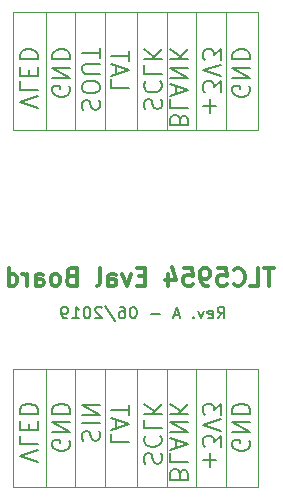
<source format=gbr>
G04 #@! TF.GenerationSoftware,KiCad,Pcbnew,(5.1.2)-2*
G04 #@! TF.CreationDate,2019-06-12T22:46:05+02:00*
G04 #@! TF.ProjectId,TLC5954-Eval,544c4335-3935-4342-9d45-76616c2e6b69,rev?*
G04 #@! TF.SameCoordinates,Original*
G04 #@! TF.FileFunction,Legend,Bot*
G04 #@! TF.FilePolarity,Positive*
%FSLAX46Y46*%
G04 Gerber Fmt 4.6, Leading zero omitted, Abs format (unit mm)*
G04 Created by KiCad (PCBNEW (5.1.2)-2) date 2019-06-12 22:46:05*
%MOMM*%
%LPD*%
G04 APERTURE LIST*
%ADD10C,0.200000*%
%ADD11C,0.300000*%
%ADD12C,0.120000*%
G04 APERTURE END LIST*
D10*
X104809523Y-115452380D02*
X105142857Y-114976190D01*
X105380952Y-115452380D02*
X105380952Y-114452380D01*
X105000000Y-114452380D01*
X104904761Y-114500000D01*
X104857142Y-114547619D01*
X104809523Y-114642857D01*
X104809523Y-114785714D01*
X104857142Y-114880952D01*
X104904761Y-114928571D01*
X105000000Y-114976190D01*
X105380952Y-114976190D01*
X104000000Y-115404761D02*
X104095238Y-115452380D01*
X104285714Y-115452380D01*
X104380952Y-115404761D01*
X104428571Y-115309523D01*
X104428571Y-114928571D01*
X104380952Y-114833333D01*
X104285714Y-114785714D01*
X104095238Y-114785714D01*
X104000000Y-114833333D01*
X103952380Y-114928571D01*
X103952380Y-115023809D01*
X104428571Y-115119047D01*
X103619047Y-114785714D02*
X103380952Y-115452380D01*
X103142857Y-114785714D01*
X102761904Y-115357142D02*
X102714285Y-115404761D01*
X102761904Y-115452380D01*
X102809523Y-115404761D01*
X102761904Y-115357142D01*
X102761904Y-115452380D01*
X101571428Y-115166666D02*
X101095238Y-115166666D01*
X101666666Y-115452380D02*
X101333333Y-114452380D01*
X101000000Y-115452380D01*
X99904761Y-115071428D02*
X99142857Y-115071428D01*
X97714285Y-114452380D02*
X97619047Y-114452380D01*
X97523809Y-114500000D01*
X97476190Y-114547619D01*
X97428571Y-114642857D01*
X97380952Y-114833333D01*
X97380952Y-115071428D01*
X97428571Y-115261904D01*
X97476190Y-115357142D01*
X97523809Y-115404761D01*
X97619047Y-115452380D01*
X97714285Y-115452380D01*
X97809523Y-115404761D01*
X97857142Y-115357142D01*
X97904761Y-115261904D01*
X97952380Y-115071428D01*
X97952380Y-114833333D01*
X97904761Y-114642857D01*
X97857142Y-114547619D01*
X97809523Y-114500000D01*
X97714285Y-114452380D01*
X96523809Y-114452380D02*
X96714285Y-114452380D01*
X96809523Y-114500000D01*
X96857142Y-114547619D01*
X96952380Y-114690476D01*
X97000000Y-114880952D01*
X97000000Y-115261904D01*
X96952380Y-115357142D01*
X96904761Y-115404761D01*
X96809523Y-115452380D01*
X96619047Y-115452380D01*
X96523809Y-115404761D01*
X96476190Y-115357142D01*
X96428571Y-115261904D01*
X96428571Y-115023809D01*
X96476190Y-114928571D01*
X96523809Y-114880952D01*
X96619047Y-114833333D01*
X96809523Y-114833333D01*
X96904761Y-114880952D01*
X96952380Y-114928571D01*
X97000000Y-115023809D01*
X95285714Y-114404761D02*
X96142857Y-115690476D01*
X95000000Y-114547619D02*
X94952380Y-114500000D01*
X94857142Y-114452380D01*
X94619047Y-114452380D01*
X94523809Y-114500000D01*
X94476190Y-114547619D01*
X94428571Y-114642857D01*
X94428571Y-114738095D01*
X94476190Y-114880952D01*
X95047619Y-115452380D01*
X94428571Y-115452380D01*
X93809523Y-114452380D02*
X93714285Y-114452380D01*
X93619047Y-114500000D01*
X93571428Y-114547619D01*
X93523809Y-114642857D01*
X93476190Y-114833333D01*
X93476190Y-115071428D01*
X93523809Y-115261904D01*
X93571428Y-115357142D01*
X93619047Y-115404761D01*
X93714285Y-115452380D01*
X93809523Y-115452380D01*
X93904761Y-115404761D01*
X93952380Y-115357142D01*
X94000000Y-115261904D01*
X94047619Y-115071428D01*
X94047619Y-114833333D01*
X94000000Y-114642857D01*
X93952380Y-114547619D01*
X93904761Y-114500000D01*
X93809523Y-114452380D01*
X92523809Y-115452380D02*
X93095238Y-115452380D01*
X92809523Y-115452380D02*
X92809523Y-114452380D01*
X92904761Y-114595238D01*
X93000000Y-114690476D01*
X93095238Y-114738095D01*
X92047619Y-115452380D02*
X91857142Y-115452380D01*
X91761904Y-115404761D01*
X91714285Y-115357142D01*
X91619047Y-115214285D01*
X91571428Y-115023809D01*
X91571428Y-114642857D01*
X91619047Y-114547619D01*
X91666666Y-114500000D01*
X91761904Y-114452380D01*
X91952380Y-114452380D01*
X92047619Y-114500000D01*
X92095238Y-114547619D01*
X92142857Y-114642857D01*
X92142857Y-114880952D01*
X92095238Y-114976190D01*
X92047619Y-115023809D01*
X91952380Y-115071428D01*
X91761904Y-115071428D01*
X91666666Y-115023809D01*
X91619047Y-114976190D01*
X91571428Y-114880952D01*
D11*
X109607142Y-111178571D02*
X108750000Y-111178571D01*
X109178571Y-112678571D02*
X109178571Y-111178571D01*
X107535714Y-112678571D02*
X108250000Y-112678571D01*
X108250000Y-111178571D01*
X106178571Y-112535714D02*
X106250000Y-112607142D01*
X106464285Y-112678571D01*
X106607142Y-112678571D01*
X106821428Y-112607142D01*
X106964285Y-112464285D01*
X107035714Y-112321428D01*
X107107142Y-112035714D01*
X107107142Y-111821428D01*
X107035714Y-111535714D01*
X106964285Y-111392857D01*
X106821428Y-111250000D01*
X106607142Y-111178571D01*
X106464285Y-111178571D01*
X106250000Y-111250000D01*
X106178571Y-111321428D01*
X104821428Y-111178571D02*
X105535714Y-111178571D01*
X105607142Y-111892857D01*
X105535714Y-111821428D01*
X105392857Y-111750000D01*
X105035714Y-111750000D01*
X104892857Y-111821428D01*
X104821428Y-111892857D01*
X104750000Y-112035714D01*
X104750000Y-112392857D01*
X104821428Y-112535714D01*
X104892857Y-112607142D01*
X105035714Y-112678571D01*
X105392857Y-112678571D01*
X105535714Y-112607142D01*
X105607142Y-112535714D01*
X104035714Y-112678571D02*
X103750000Y-112678571D01*
X103607142Y-112607142D01*
X103535714Y-112535714D01*
X103392857Y-112321428D01*
X103321428Y-112035714D01*
X103321428Y-111464285D01*
X103392857Y-111321428D01*
X103464285Y-111250000D01*
X103607142Y-111178571D01*
X103892857Y-111178571D01*
X104035714Y-111250000D01*
X104107142Y-111321428D01*
X104178571Y-111464285D01*
X104178571Y-111821428D01*
X104107142Y-111964285D01*
X104035714Y-112035714D01*
X103892857Y-112107142D01*
X103607142Y-112107142D01*
X103464285Y-112035714D01*
X103392857Y-111964285D01*
X103321428Y-111821428D01*
X101964285Y-111178571D02*
X102678571Y-111178571D01*
X102750000Y-111892857D01*
X102678571Y-111821428D01*
X102535714Y-111750000D01*
X102178571Y-111750000D01*
X102035714Y-111821428D01*
X101964285Y-111892857D01*
X101892857Y-112035714D01*
X101892857Y-112392857D01*
X101964285Y-112535714D01*
X102035714Y-112607142D01*
X102178571Y-112678571D01*
X102535714Y-112678571D01*
X102678571Y-112607142D01*
X102750000Y-112535714D01*
X100607142Y-111678571D02*
X100607142Y-112678571D01*
X100964285Y-111107142D02*
X101321428Y-112178571D01*
X100392857Y-112178571D01*
X98678571Y-111892857D02*
X98178571Y-111892857D01*
X97964285Y-112678571D02*
X98678571Y-112678571D01*
X98678571Y-111178571D01*
X97964285Y-111178571D01*
X97464285Y-111678571D02*
X97107142Y-112678571D01*
X96750000Y-111678571D01*
X95535714Y-112678571D02*
X95535714Y-111892857D01*
X95607142Y-111750000D01*
X95750000Y-111678571D01*
X96035714Y-111678571D01*
X96178571Y-111750000D01*
X95535714Y-112607142D02*
X95678571Y-112678571D01*
X96035714Y-112678571D01*
X96178571Y-112607142D01*
X96250000Y-112464285D01*
X96250000Y-112321428D01*
X96178571Y-112178571D01*
X96035714Y-112107142D01*
X95678571Y-112107142D01*
X95535714Y-112035714D01*
X94607142Y-112678571D02*
X94750000Y-112607142D01*
X94821428Y-112464285D01*
X94821428Y-111178571D01*
X92392857Y-111892857D02*
X92178571Y-111964285D01*
X92107142Y-112035714D01*
X92035714Y-112178571D01*
X92035714Y-112392857D01*
X92107142Y-112535714D01*
X92178571Y-112607142D01*
X92321428Y-112678571D01*
X92892857Y-112678571D01*
X92892857Y-111178571D01*
X92392857Y-111178571D01*
X92250000Y-111250000D01*
X92178571Y-111321428D01*
X92107142Y-111464285D01*
X92107142Y-111607142D01*
X92178571Y-111750000D01*
X92250000Y-111821428D01*
X92392857Y-111892857D01*
X92892857Y-111892857D01*
X91178571Y-112678571D02*
X91321428Y-112607142D01*
X91392857Y-112535714D01*
X91464285Y-112392857D01*
X91464285Y-111964285D01*
X91392857Y-111821428D01*
X91321428Y-111750000D01*
X91178571Y-111678571D01*
X90964285Y-111678571D01*
X90821428Y-111750000D01*
X90750000Y-111821428D01*
X90678571Y-111964285D01*
X90678571Y-112392857D01*
X90750000Y-112535714D01*
X90821428Y-112607142D01*
X90964285Y-112678571D01*
X91178571Y-112678571D01*
X89392857Y-112678571D02*
X89392857Y-111892857D01*
X89464285Y-111750000D01*
X89607142Y-111678571D01*
X89892857Y-111678571D01*
X90035714Y-111750000D01*
X89392857Y-112607142D02*
X89535714Y-112678571D01*
X89892857Y-112678571D01*
X90035714Y-112607142D01*
X90107142Y-112464285D01*
X90107142Y-112321428D01*
X90035714Y-112178571D01*
X89892857Y-112107142D01*
X89535714Y-112107142D01*
X89392857Y-112035714D01*
X88678571Y-112678571D02*
X88678571Y-111678571D01*
X88678571Y-111964285D02*
X88607142Y-111821428D01*
X88535714Y-111750000D01*
X88392857Y-111678571D01*
X88250000Y-111678571D01*
X87107142Y-112678571D02*
X87107142Y-111178571D01*
X87107142Y-112607142D02*
X87250000Y-112678571D01*
X87535714Y-112678571D01*
X87678571Y-112607142D01*
X87750000Y-112535714D01*
X87821428Y-112392857D01*
X87821428Y-111964285D01*
X87750000Y-111821428D01*
X87678571Y-111750000D01*
X87535714Y-111678571D01*
X87250000Y-111678571D01*
X87107142Y-111750000D01*
D10*
X92250000Y-95808571D02*
X92321428Y-95951428D01*
X92321428Y-96165714D01*
X92250000Y-96380000D01*
X92107142Y-96522857D01*
X91964285Y-96594285D01*
X91678571Y-96665714D01*
X91464285Y-96665714D01*
X91178571Y-96594285D01*
X91035714Y-96522857D01*
X90892857Y-96380000D01*
X90821428Y-96165714D01*
X90821428Y-96022857D01*
X90892857Y-95808571D01*
X90964285Y-95737142D01*
X91464285Y-95737142D01*
X91464285Y-96022857D01*
X90821428Y-95094285D02*
X92321428Y-95094285D01*
X90821428Y-94237142D01*
X92321428Y-94237142D01*
X90821428Y-93522857D02*
X92321428Y-93522857D01*
X92321428Y-93165714D01*
X92250000Y-92951428D01*
X92107142Y-92808571D01*
X91964285Y-92737142D01*
X91678571Y-92665714D01*
X91464285Y-92665714D01*
X91178571Y-92737142D01*
X91035714Y-92808571D01*
X90892857Y-92951428D01*
X90821428Y-93165714D01*
X90821428Y-93522857D01*
X98642857Y-97737142D02*
X98571428Y-97522857D01*
X98571428Y-97165714D01*
X98642857Y-97022857D01*
X98714285Y-96951428D01*
X98857142Y-96880000D01*
X99000000Y-96880000D01*
X99142857Y-96951428D01*
X99214285Y-97022857D01*
X99285714Y-97165714D01*
X99357142Y-97451428D01*
X99428571Y-97594285D01*
X99500000Y-97665714D01*
X99642857Y-97737142D01*
X99785714Y-97737142D01*
X99928571Y-97665714D01*
X100000000Y-97594285D01*
X100071428Y-97451428D01*
X100071428Y-97094285D01*
X100000000Y-96880000D01*
X98714285Y-95380000D02*
X98642857Y-95451428D01*
X98571428Y-95665714D01*
X98571428Y-95808571D01*
X98642857Y-96022857D01*
X98785714Y-96165714D01*
X98928571Y-96237142D01*
X99214285Y-96308571D01*
X99428571Y-96308571D01*
X99714285Y-96237142D01*
X99857142Y-96165714D01*
X100000000Y-96022857D01*
X100071428Y-95808571D01*
X100071428Y-95665714D01*
X100000000Y-95451428D01*
X99928571Y-95380000D01*
X98571428Y-94022857D02*
X98571428Y-94737142D01*
X100071428Y-94737142D01*
X98571428Y-93522857D02*
X100071428Y-93522857D01*
X98571428Y-92665714D02*
X99428571Y-93308571D01*
X100071428Y-92665714D02*
X99214285Y-93522857D01*
X89571428Y-97594285D02*
X88071428Y-97094285D01*
X89571428Y-96594285D01*
X88071428Y-95380000D02*
X88071428Y-96094285D01*
X89571428Y-96094285D01*
X88857142Y-94880000D02*
X88857142Y-94380000D01*
X88071428Y-94165714D02*
X88071428Y-94880000D01*
X89571428Y-94880000D01*
X89571428Y-94165714D01*
X88071428Y-93522857D02*
X89571428Y-93522857D01*
X89571428Y-93165714D01*
X89500000Y-92951428D01*
X89357142Y-92808571D01*
X89214285Y-92737142D01*
X88928571Y-92665714D01*
X88714285Y-92665714D01*
X88428571Y-92737142D01*
X88285714Y-92808571D01*
X88142857Y-92951428D01*
X88071428Y-93165714D01*
X88071428Y-93522857D01*
X93392857Y-97808571D02*
X93321428Y-97594285D01*
X93321428Y-97237142D01*
X93392857Y-97094285D01*
X93464285Y-97022857D01*
X93607142Y-96951428D01*
X93750000Y-96951428D01*
X93892857Y-97022857D01*
X93964285Y-97094285D01*
X94035714Y-97237142D01*
X94107142Y-97522857D01*
X94178571Y-97665714D01*
X94250000Y-97737142D01*
X94392857Y-97808571D01*
X94535714Y-97808571D01*
X94678571Y-97737142D01*
X94750000Y-97665714D01*
X94821428Y-97522857D01*
X94821428Y-97165714D01*
X94750000Y-96951428D01*
X94821428Y-96022857D02*
X94821428Y-95737142D01*
X94750000Y-95594285D01*
X94607142Y-95451428D01*
X94321428Y-95380000D01*
X93821428Y-95380000D01*
X93535714Y-95451428D01*
X93392857Y-95594285D01*
X93321428Y-95737142D01*
X93321428Y-96022857D01*
X93392857Y-96165714D01*
X93535714Y-96308571D01*
X93821428Y-96380000D01*
X94321428Y-96380000D01*
X94607142Y-96308571D01*
X94750000Y-96165714D01*
X94821428Y-96022857D01*
X94821428Y-94737142D02*
X93607142Y-94737142D01*
X93464285Y-94665714D01*
X93392857Y-94594285D01*
X93321428Y-94451428D01*
X93321428Y-94165714D01*
X93392857Y-94022857D01*
X93464285Y-93951428D01*
X93607142Y-93880000D01*
X94821428Y-93880000D01*
X94821428Y-93380000D02*
X94821428Y-92522857D01*
X93321428Y-92951428D02*
X94821428Y-92951428D01*
X95821428Y-95201428D02*
X95821428Y-95915714D01*
X97321428Y-95915714D01*
X96250000Y-94772857D02*
X96250000Y-94058571D01*
X95821428Y-94915714D02*
X97321428Y-94415714D01*
X95821428Y-93915714D01*
X97321428Y-93630000D02*
X97321428Y-92772857D01*
X95821428Y-93201428D02*
X97321428Y-93201428D01*
X104142857Y-98022857D02*
X104142857Y-96880000D01*
X103571428Y-97451428D02*
X104714285Y-97451428D01*
X105071428Y-96308571D02*
X105071428Y-95380000D01*
X104500000Y-95880000D01*
X104500000Y-95665714D01*
X104428571Y-95522857D01*
X104357142Y-95451428D01*
X104214285Y-95380000D01*
X103857142Y-95380000D01*
X103714285Y-95451428D01*
X103642857Y-95522857D01*
X103571428Y-95665714D01*
X103571428Y-96094285D01*
X103642857Y-96237142D01*
X103714285Y-96308571D01*
X105071428Y-94951428D02*
X103571428Y-94451428D01*
X105071428Y-93951428D01*
X105071428Y-93594285D02*
X105071428Y-92665714D01*
X104500000Y-93165714D01*
X104500000Y-92951428D01*
X104428571Y-92808571D01*
X104357142Y-92737142D01*
X104214285Y-92665714D01*
X103857142Y-92665714D01*
X103714285Y-92737142D01*
X103642857Y-92808571D01*
X103571428Y-92951428D01*
X103571428Y-93380000D01*
X103642857Y-93522857D01*
X103714285Y-93594285D01*
X101607142Y-98594285D02*
X101535714Y-98380000D01*
X101464285Y-98308571D01*
X101321428Y-98237142D01*
X101107142Y-98237142D01*
X100964285Y-98308571D01*
X100892857Y-98380000D01*
X100821428Y-98522857D01*
X100821428Y-99094285D01*
X102321428Y-99094285D01*
X102321428Y-98594285D01*
X102250000Y-98451428D01*
X102178571Y-98380000D01*
X102035714Y-98308571D01*
X101892857Y-98308571D01*
X101750000Y-98380000D01*
X101678571Y-98451428D01*
X101607142Y-98594285D01*
X101607142Y-99094285D01*
X100821428Y-96880000D02*
X100821428Y-97594285D01*
X102321428Y-97594285D01*
X101250000Y-96451428D02*
X101250000Y-95737142D01*
X100821428Y-96594285D02*
X102321428Y-96094285D01*
X100821428Y-95594285D01*
X100821428Y-95094285D02*
X102321428Y-95094285D01*
X100821428Y-94237142D01*
X102321428Y-94237142D01*
X100821428Y-93522857D02*
X102321428Y-93522857D01*
X100821428Y-92665714D02*
X101678571Y-93308571D01*
X102321428Y-92665714D02*
X101464285Y-93522857D01*
X107500000Y-95808571D02*
X107571428Y-95951428D01*
X107571428Y-96165714D01*
X107500000Y-96380000D01*
X107357142Y-96522857D01*
X107214285Y-96594285D01*
X106928571Y-96665714D01*
X106714285Y-96665714D01*
X106428571Y-96594285D01*
X106285714Y-96522857D01*
X106142857Y-96380000D01*
X106071428Y-96165714D01*
X106071428Y-96022857D01*
X106142857Y-95808571D01*
X106214285Y-95737142D01*
X106714285Y-95737142D01*
X106714285Y-96022857D01*
X106071428Y-95094285D02*
X107571428Y-95094285D01*
X106071428Y-94237142D01*
X107571428Y-94237142D01*
X106071428Y-93522857D02*
X107571428Y-93522857D01*
X107571428Y-93165714D01*
X107500000Y-92951428D01*
X107357142Y-92808571D01*
X107214285Y-92737142D01*
X106928571Y-92665714D01*
X106714285Y-92665714D01*
X106428571Y-92737142D01*
X106285714Y-92808571D01*
X106142857Y-92951428D01*
X106071428Y-93165714D01*
X106071428Y-93522857D01*
D12*
X87500000Y-99500000D02*
X87500000Y-89500000D01*
X92750000Y-99500000D02*
X92750000Y-89500000D01*
X98000000Y-99500000D02*
X98000000Y-89500000D01*
X103000000Y-99500000D02*
X103000000Y-89500000D01*
X105500000Y-99500000D02*
X105500000Y-89500000D01*
X108250000Y-99500000D02*
X87500000Y-99500000D01*
X100500000Y-99500000D02*
X100500000Y-89500000D01*
X87500000Y-89500000D02*
X108250000Y-89500000D01*
X90250000Y-99500000D02*
X90250000Y-89500000D01*
X95250000Y-99500000D02*
X95250000Y-89500000D01*
X108250000Y-89500000D02*
X108250000Y-99500000D01*
X90250000Y-129750000D02*
X90250000Y-119750000D01*
X92750000Y-129750000D02*
X92750000Y-119750000D01*
X95250000Y-129750000D02*
X95250000Y-119750000D01*
X98000000Y-129750000D02*
X98000000Y-119750000D01*
X100500000Y-129750000D02*
X100500000Y-119750000D01*
X103000000Y-129750000D02*
X103000000Y-119750000D01*
X105500000Y-129750000D02*
X105500000Y-119750000D01*
X108250000Y-119750000D02*
X108250000Y-129750000D01*
X87500000Y-119750000D02*
X108250000Y-119750000D01*
X87500000Y-129750000D02*
X87500000Y-119750000D01*
X108250000Y-129750000D02*
X87500000Y-129750000D01*
D10*
X92250000Y-125808571D02*
X92321428Y-125951428D01*
X92321428Y-126165714D01*
X92250000Y-126380000D01*
X92107142Y-126522857D01*
X91964285Y-126594285D01*
X91678571Y-126665714D01*
X91464285Y-126665714D01*
X91178571Y-126594285D01*
X91035714Y-126522857D01*
X90892857Y-126380000D01*
X90821428Y-126165714D01*
X90821428Y-126022857D01*
X90892857Y-125808571D01*
X90964285Y-125737142D01*
X91464285Y-125737142D01*
X91464285Y-126022857D01*
X90821428Y-125094285D02*
X92321428Y-125094285D01*
X90821428Y-124237142D01*
X92321428Y-124237142D01*
X90821428Y-123522857D02*
X92321428Y-123522857D01*
X92321428Y-123165714D01*
X92250000Y-122951428D01*
X92107142Y-122808571D01*
X91964285Y-122737142D01*
X91678571Y-122665714D01*
X91464285Y-122665714D01*
X91178571Y-122737142D01*
X91035714Y-122808571D01*
X90892857Y-122951428D01*
X90821428Y-123165714D01*
X90821428Y-123522857D01*
X89571428Y-127594285D02*
X88071428Y-127094285D01*
X89571428Y-126594285D01*
X88071428Y-125380000D02*
X88071428Y-126094285D01*
X89571428Y-126094285D01*
X88857142Y-124880000D02*
X88857142Y-124380000D01*
X88071428Y-124165714D02*
X88071428Y-124880000D01*
X89571428Y-124880000D01*
X89571428Y-124165714D01*
X88071428Y-123522857D02*
X89571428Y-123522857D01*
X89571428Y-123165714D01*
X89500000Y-122951428D01*
X89357142Y-122808571D01*
X89214285Y-122737142D01*
X88928571Y-122665714D01*
X88714285Y-122665714D01*
X88428571Y-122737142D01*
X88285714Y-122808571D01*
X88142857Y-122951428D01*
X88071428Y-123165714D01*
X88071428Y-123522857D01*
X93392857Y-125808571D02*
X93321428Y-125594285D01*
X93321428Y-125237142D01*
X93392857Y-125094285D01*
X93464285Y-125022857D01*
X93607142Y-124951428D01*
X93750000Y-124951428D01*
X93892857Y-125022857D01*
X93964285Y-125094285D01*
X94035714Y-125237142D01*
X94107142Y-125522857D01*
X94178571Y-125665714D01*
X94250000Y-125737142D01*
X94392857Y-125808571D01*
X94535714Y-125808571D01*
X94678571Y-125737142D01*
X94750000Y-125665714D01*
X94821428Y-125522857D01*
X94821428Y-125165714D01*
X94750000Y-124951428D01*
X93321428Y-124308571D02*
X94821428Y-124308571D01*
X93321428Y-123594285D02*
X94821428Y-123594285D01*
X93321428Y-122737142D01*
X94821428Y-122737142D01*
X95821428Y-125201428D02*
X95821428Y-125915714D01*
X97321428Y-125915714D01*
X96250000Y-124772857D02*
X96250000Y-124058571D01*
X95821428Y-124915714D02*
X97321428Y-124415714D01*
X95821428Y-123915714D01*
X97321428Y-123630000D02*
X97321428Y-122772857D01*
X95821428Y-123201428D02*
X97321428Y-123201428D01*
X98642857Y-127737142D02*
X98571428Y-127522857D01*
X98571428Y-127165714D01*
X98642857Y-127022857D01*
X98714285Y-126951428D01*
X98857142Y-126880000D01*
X99000000Y-126880000D01*
X99142857Y-126951428D01*
X99214285Y-127022857D01*
X99285714Y-127165714D01*
X99357142Y-127451428D01*
X99428571Y-127594285D01*
X99500000Y-127665714D01*
X99642857Y-127737142D01*
X99785714Y-127737142D01*
X99928571Y-127665714D01*
X100000000Y-127594285D01*
X100071428Y-127451428D01*
X100071428Y-127094285D01*
X100000000Y-126880000D01*
X98714285Y-125380000D02*
X98642857Y-125451428D01*
X98571428Y-125665714D01*
X98571428Y-125808571D01*
X98642857Y-126022857D01*
X98785714Y-126165714D01*
X98928571Y-126237142D01*
X99214285Y-126308571D01*
X99428571Y-126308571D01*
X99714285Y-126237142D01*
X99857142Y-126165714D01*
X100000000Y-126022857D01*
X100071428Y-125808571D01*
X100071428Y-125665714D01*
X100000000Y-125451428D01*
X99928571Y-125380000D01*
X98571428Y-124022857D02*
X98571428Y-124737142D01*
X100071428Y-124737142D01*
X98571428Y-123522857D02*
X100071428Y-123522857D01*
X98571428Y-122665714D02*
X99428571Y-123308571D01*
X100071428Y-122665714D02*
X99214285Y-123522857D01*
X101607142Y-128594285D02*
X101535714Y-128380000D01*
X101464285Y-128308571D01*
X101321428Y-128237142D01*
X101107142Y-128237142D01*
X100964285Y-128308571D01*
X100892857Y-128380000D01*
X100821428Y-128522857D01*
X100821428Y-129094285D01*
X102321428Y-129094285D01*
X102321428Y-128594285D01*
X102250000Y-128451428D01*
X102178571Y-128380000D01*
X102035714Y-128308571D01*
X101892857Y-128308571D01*
X101750000Y-128380000D01*
X101678571Y-128451428D01*
X101607142Y-128594285D01*
X101607142Y-129094285D01*
X100821428Y-126880000D02*
X100821428Y-127594285D01*
X102321428Y-127594285D01*
X101250000Y-126451428D02*
X101250000Y-125737142D01*
X100821428Y-126594285D02*
X102321428Y-126094285D01*
X100821428Y-125594285D01*
X100821428Y-125094285D02*
X102321428Y-125094285D01*
X100821428Y-124237142D01*
X102321428Y-124237142D01*
X100821428Y-123522857D02*
X102321428Y-123522857D01*
X100821428Y-122665714D02*
X101678571Y-123308571D01*
X102321428Y-122665714D02*
X101464285Y-123522857D01*
X104142857Y-128022857D02*
X104142857Y-126880000D01*
X103571428Y-127451428D02*
X104714285Y-127451428D01*
X105071428Y-126308571D02*
X105071428Y-125380000D01*
X104500000Y-125880000D01*
X104500000Y-125665714D01*
X104428571Y-125522857D01*
X104357142Y-125451428D01*
X104214285Y-125380000D01*
X103857142Y-125380000D01*
X103714285Y-125451428D01*
X103642857Y-125522857D01*
X103571428Y-125665714D01*
X103571428Y-126094285D01*
X103642857Y-126237142D01*
X103714285Y-126308571D01*
X105071428Y-124951428D02*
X103571428Y-124451428D01*
X105071428Y-123951428D01*
X105071428Y-123594285D02*
X105071428Y-122665714D01*
X104500000Y-123165714D01*
X104500000Y-122951428D01*
X104428571Y-122808571D01*
X104357142Y-122737142D01*
X104214285Y-122665714D01*
X103857142Y-122665714D01*
X103714285Y-122737142D01*
X103642857Y-122808571D01*
X103571428Y-122951428D01*
X103571428Y-123380000D01*
X103642857Y-123522857D01*
X103714285Y-123594285D01*
X107500000Y-125808571D02*
X107571428Y-125951428D01*
X107571428Y-126165714D01*
X107500000Y-126380000D01*
X107357142Y-126522857D01*
X107214285Y-126594285D01*
X106928571Y-126665714D01*
X106714285Y-126665714D01*
X106428571Y-126594285D01*
X106285714Y-126522857D01*
X106142857Y-126380000D01*
X106071428Y-126165714D01*
X106071428Y-126022857D01*
X106142857Y-125808571D01*
X106214285Y-125737142D01*
X106714285Y-125737142D01*
X106714285Y-126022857D01*
X106071428Y-125094285D02*
X107571428Y-125094285D01*
X106071428Y-124237142D01*
X107571428Y-124237142D01*
X106071428Y-123522857D02*
X107571428Y-123522857D01*
X107571428Y-123165714D01*
X107500000Y-122951428D01*
X107357142Y-122808571D01*
X107214285Y-122737142D01*
X106928571Y-122665714D01*
X106714285Y-122665714D01*
X106428571Y-122737142D01*
X106285714Y-122808571D01*
X106142857Y-122951428D01*
X106071428Y-123165714D01*
X106071428Y-123522857D01*
M02*

</source>
